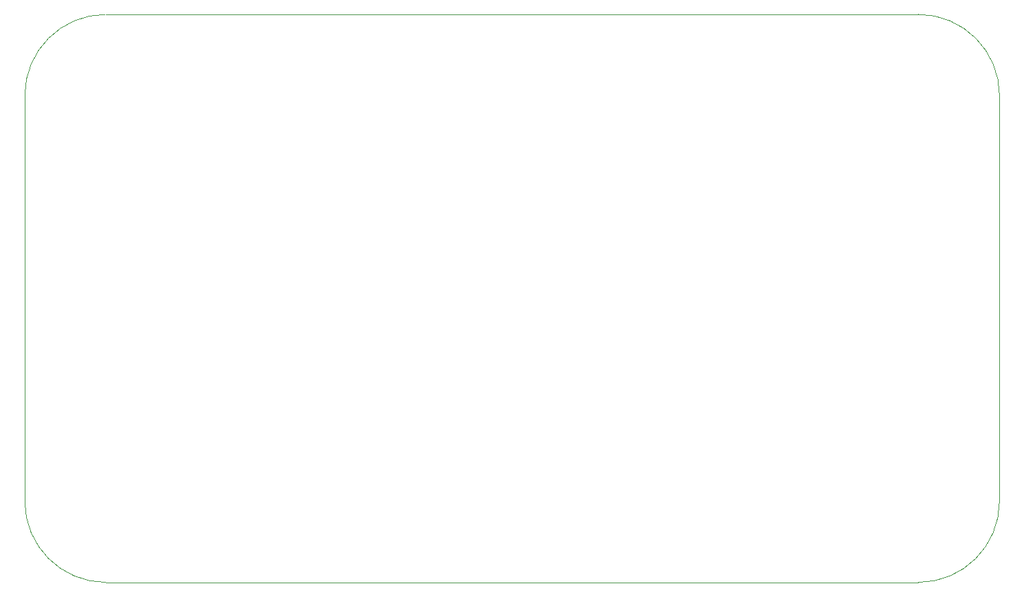
<source format=gm1>
G04 #@! TF.GenerationSoftware,KiCad,Pcbnew,(2017-07-16 revision e797af331)-makepkg*
G04 #@! TF.CreationDate,2018-05-04T01:25:42+02:00*
G04 #@! TF.ProjectId,BRNG,42524E472E6B696361645F7063620000,First release*
G04 #@! TF.SameCoordinates,Original
G04 #@! TF.FileFunction,Profile,NP*
%FSLAX46Y46*%
G04 Gerber Fmt 4.6, Leading zero omitted, Abs format (unit mm)*
G04 Created by KiCad (PCBNEW (2017-07-16 revision e797af331)-makepkg) date 05/04/18 01:25:42*
%MOMM*%
%LPD*%
G01*
G04 APERTURE LIST*
%ADD10C,0.100000*%
G04 APERTURE END LIST*
D10*
X98000000Y-121500000D02*
G75*
G02X88000000Y-111500000I0J10000000D01*
G01*
X208000000Y-111500000D02*
G75*
G02X198000000Y-121500000I-10000000J0D01*
G01*
X198000000Y-51500000D02*
G75*
G02X208000000Y-61500000I0J-10000000D01*
G01*
X88000000Y-61500000D02*
G75*
G02X98000000Y-51500000I10000000J0D01*
G01*
X208000000Y-111500000D02*
X208000000Y-61500000D01*
X98000000Y-121500000D02*
X198000000Y-121500000D01*
X198000000Y-51500000D02*
X98000000Y-51500000D01*
X88000000Y-61500000D02*
X88000000Y-111500000D01*
M02*

</source>
